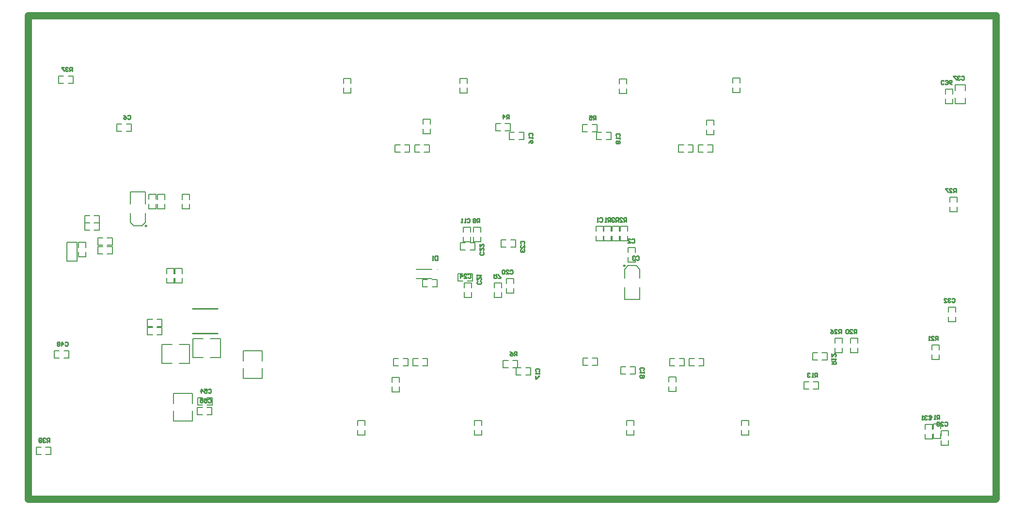
<source format=gbo>
G04*
G04 #@! TF.GenerationSoftware,Altium Limited,Altium Designer,18.1.7 (191)*
G04*
G04 Layer_Color=32896*
%FSLAX25Y25*%
%MOIN*%
G70*
G01*
G75*
%ADD10C,0.00787*%
%ADD13C,0.01000*%
%ADD15C,0.00800*%
%ADD16C,0.00500*%
%ADD17C,0.05000*%
D10*
X281971Y-175158D02*
X281972Y-175157D01*
X267601Y-181260D02*
X278232D01*
X267601Y-175157D02*
X278232D01*
D13*
X411031Y-172488D02*
G03*
X411031Y-172488I-500J0D01*
G01*
X82012Y-145051D02*
G03*
X82012Y-145051I-500J0D01*
G01*
X113307Y-202159D02*
X130807D01*
X113307Y-219159D02*
X130807D01*
X15205Y-293906D02*
Y-291151D01*
X13827D01*
X13368Y-291610D01*
Y-292529D01*
X13827Y-292988D01*
X15205D01*
X14286D02*
X13368Y-293906D01*
X12450Y-291610D02*
X11991Y-291151D01*
X11072D01*
X10613Y-291610D01*
Y-292070D01*
X11072Y-292529D01*
X11531D01*
X11072D01*
X10613Y-292988D01*
Y-293447D01*
X11072Y-293906D01*
X11991D01*
X12450Y-293447D01*
X9695D02*
X9235Y-293906D01*
X8317D01*
X7858Y-293447D01*
Y-291610D01*
X8317Y-291151D01*
X9235D01*
X9695Y-291610D01*
Y-292070D01*
X9235Y-292529D01*
X7858D01*
X30705Y-38635D02*
Y-35880D01*
X29327D01*
X28868Y-36339D01*
Y-37257D01*
X29327Y-37716D01*
X30705D01*
X29786D02*
X28868Y-38635D01*
X27950Y-36339D02*
X27490Y-35880D01*
X26572D01*
X26113Y-36339D01*
Y-36798D01*
X26572Y-37257D01*
X27031D01*
X26572D01*
X26113Y-37716D01*
Y-38175D01*
X26572Y-38635D01*
X27490D01*
X27950Y-38175D01*
X25195Y-35880D02*
X23358D01*
Y-36339D01*
X25195Y-38175D01*
Y-38635D01*
X124268Y-264339D02*
X124727Y-263880D01*
X125646D01*
X126105Y-264339D01*
Y-266176D01*
X125646Y-266635D01*
X124727D01*
X124268Y-266176D01*
X121513Y-263880D02*
X123350D01*
Y-265257D01*
X122431Y-264798D01*
X121972D01*
X121513Y-265257D01*
Y-266176D01*
X121972Y-266635D01*
X122890D01*
X123350Y-266176D01*
X118758Y-263880D02*
X120595D01*
Y-265257D01*
X119676Y-264798D01*
X119217D01*
X118758Y-265257D01*
Y-266176D01*
X119217Y-266635D01*
X120135D01*
X120595Y-266176D01*
X124368Y-257839D02*
X124827Y-257380D01*
X125746D01*
X126205Y-257839D01*
Y-259676D01*
X125746Y-260135D01*
X124827D01*
X124368Y-259676D01*
X121613Y-257380D02*
X123450D01*
Y-258757D01*
X122531Y-258298D01*
X122072D01*
X121613Y-258757D01*
Y-259676D01*
X122072Y-260135D01*
X122991D01*
X123450Y-259676D01*
X119317Y-260135D02*
Y-257380D01*
X120695Y-258757D01*
X118858D01*
X25868Y-225339D02*
X26327Y-224880D01*
X27246D01*
X27705Y-225339D01*
Y-227175D01*
X27246Y-227635D01*
X26327D01*
X25868Y-227175D01*
X23572Y-227635D02*
Y-224880D01*
X24950Y-226257D01*
X23113D01*
X22195Y-225339D02*
X21735Y-224880D01*
X20817D01*
X20358Y-225339D01*
Y-225798D01*
X20817Y-226257D01*
X20358Y-226716D01*
Y-227175D01*
X20817Y-227635D01*
X21735D01*
X22195Y-227175D01*
Y-226716D01*
X21735Y-226257D01*
X22195Y-225798D01*
Y-225339D01*
X21735Y-226257D02*
X20817D01*
X553205Y-240035D02*
X555960D01*
Y-238657D01*
X555501Y-238198D01*
X554582D01*
X554123Y-238657D01*
Y-240035D01*
Y-239116D02*
X553205Y-238198D01*
Y-237280D02*
Y-236361D01*
Y-236820D01*
X555960D01*
X555501Y-237280D01*
X553205Y-233147D02*
Y-234984D01*
X555041Y-233147D01*
X555501D01*
X555960Y-233606D01*
Y-234525D01*
X555501Y-234984D01*
X642368Y-42339D02*
X642827Y-41880D01*
X643746D01*
X644205Y-42339D01*
Y-44175D01*
X643746Y-44635D01*
X642827D01*
X642368Y-44175D01*
X641450Y-42339D02*
X640990Y-41880D01*
X640072D01*
X639613Y-42339D01*
Y-42798D01*
X640072Y-43257D01*
X640531D01*
X640072D01*
X639613Y-43716D01*
Y-44175D01*
X640072Y-44635D01*
X640990D01*
X641450Y-44175D01*
X638695Y-41880D02*
X636858D01*
Y-42339D01*
X638695Y-44175D01*
Y-44635D01*
X630241Y-47230D02*
X629782Y-47690D01*
X628864D01*
X628405Y-47230D01*
Y-45394D01*
X628864Y-44935D01*
X629782D01*
X630241Y-45394D01*
X631160Y-47230D02*
X631619Y-47690D01*
X632537D01*
X632996Y-47230D01*
Y-46771D01*
X632537Y-46312D01*
X632078D01*
X632537D01*
X632996Y-45853D01*
Y-45394D01*
X632537Y-44935D01*
X631619D01*
X631160Y-45394D01*
X635751Y-47690D02*
X634833Y-47230D01*
X633915Y-46312D01*
Y-45394D01*
X634374Y-44935D01*
X635292D01*
X635751Y-45394D01*
Y-45853D01*
X635292Y-46312D01*
X633915D01*
X638705Y-122135D02*
Y-119380D01*
X637327D01*
X636868Y-119839D01*
Y-120757D01*
X637327Y-121216D01*
X638705D01*
X637786D02*
X636868Y-122135D01*
X634113D02*
X635950D01*
X634113Y-120298D01*
Y-119839D01*
X634572Y-119380D01*
X635491D01*
X635950Y-119839D01*
X633195Y-119380D02*
X631358D01*
Y-119839D01*
X633195Y-121676D01*
Y-122135D01*
X559705Y-219135D02*
Y-216380D01*
X558327D01*
X557868Y-216839D01*
Y-217757D01*
X558327Y-218216D01*
X559705D01*
X558786D02*
X557868Y-219135D01*
X555113D02*
X556950D01*
X555113Y-217298D01*
Y-216839D01*
X555572Y-216380D01*
X556491D01*
X556950Y-216839D01*
X552358Y-216380D02*
X553276Y-216839D01*
X554195Y-217757D01*
Y-218675D01*
X553735Y-219135D01*
X552817D01*
X552358Y-218675D01*
Y-218216D01*
X552817Y-217757D01*
X554195D01*
X626205Y-223635D02*
Y-220880D01*
X624827D01*
X624368Y-221339D01*
Y-222257D01*
X624827Y-222716D01*
X626205D01*
X625286D02*
X624368Y-223635D01*
X621613D02*
X623450D01*
X621613Y-221798D01*
Y-221339D01*
X622072Y-220880D01*
X622991D01*
X623450Y-221339D01*
X620695Y-223635D02*
X619776D01*
X620235D01*
Y-220880D01*
X620695Y-221339D01*
X570205Y-219135D02*
Y-216380D01*
X568827D01*
X568368Y-216839D01*
Y-217757D01*
X568827Y-218216D01*
X570205D01*
X569286D02*
X568368Y-219135D01*
X565613D02*
X567450D01*
X565613Y-217298D01*
Y-216839D01*
X566072Y-216380D01*
X566991D01*
X567450Y-216839D01*
X564695D02*
X564235Y-216380D01*
X563317D01*
X562858Y-216839D01*
Y-218675D01*
X563317Y-219135D01*
X564235D01*
X564695Y-218675D01*
Y-216839D01*
X627205Y-278135D02*
Y-275380D01*
X625827D01*
X625368Y-275839D01*
Y-276757D01*
X625827Y-277216D01*
X627205D01*
X626286D02*
X625368Y-278135D01*
X624450D02*
X623531D01*
X623990D01*
Y-275380D01*
X624450Y-275839D01*
X620776Y-278135D02*
Y-275380D01*
X622154Y-276757D01*
X620317D01*
X543205Y-249135D02*
Y-246380D01*
X541827D01*
X541368Y-246839D01*
Y-247757D01*
X541827Y-248216D01*
X543205D01*
X542286D02*
X541368Y-249135D01*
X540450D02*
X539531D01*
X539991D01*
Y-246380D01*
X540450Y-246839D01*
X538154D02*
X537695Y-246380D01*
X536776D01*
X536317Y-246839D01*
Y-247298D01*
X536776Y-247757D01*
X537235D01*
X536776D01*
X536317Y-248216D01*
Y-248675D01*
X536776Y-249135D01*
X537695D01*
X538154Y-248675D01*
X310905Y-142835D02*
Y-140080D01*
X309527D01*
X309068Y-140539D01*
Y-141457D01*
X309527Y-141916D01*
X310905D01*
X309986D02*
X309068Y-142835D01*
X308150Y-140539D02*
X307691Y-140080D01*
X306772D01*
X306313Y-140539D01*
Y-140998D01*
X306772Y-141457D01*
X306313Y-141916D01*
Y-142376D01*
X306772Y-142835D01*
X307691D01*
X308150Y-142376D01*
Y-141916D01*
X307691Y-141457D01*
X308150Y-140998D01*
Y-140539D01*
X307691Y-141457D02*
X306772D01*
X320905Y-178235D02*
Y-180990D01*
X322282D01*
X322741Y-180531D01*
Y-179612D01*
X322282Y-179153D01*
X320905D01*
X321823D02*
X322741Y-178235D01*
X323660Y-180990D02*
X325496D01*
Y-180531D01*
X323660Y-178694D01*
Y-178235D01*
X336532Y-234299D02*
Y-231544D01*
X335155D01*
X334696Y-232003D01*
Y-232922D01*
X335155Y-233381D01*
X336532D01*
X335614D02*
X334696Y-234299D01*
X331941Y-231544D02*
X332859Y-232003D01*
X333777Y-232922D01*
Y-233840D01*
X333318Y-234299D01*
X332400D01*
X331941Y-233840D01*
Y-233381D01*
X332400Y-232922D01*
X333777D01*
X390904Y-72053D02*
Y-69298D01*
X389527D01*
X389067Y-69757D01*
Y-70675D01*
X389527Y-71134D01*
X390904D01*
X389986D02*
X389067Y-72053D01*
X386312Y-69298D02*
X388149D01*
Y-70675D01*
X387231Y-70216D01*
X386771D01*
X386312Y-70675D01*
Y-71593D01*
X386771Y-72053D01*
X387690D01*
X388149Y-71593D01*
X331231Y-71350D02*
Y-68595D01*
X329854D01*
X329395Y-69054D01*
Y-69972D01*
X329854Y-70431D01*
X331231D01*
X330313D02*
X329395Y-71350D01*
X327099D02*
Y-68595D01*
X328477Y-69972D01*
X326640D01*
X406405Y-142235D02*
Y-139480D01*
X405027D01*
X404568Y-139939D01*
Y-140857D01*
X405027Y-141316D01*
X406405D01*
X405486D02*
X404568Y-142235D01*
X403650Y-139939D02*
X403191Y-139480D01*
X402272D01*
X401813Y-139939D01*
Y-140398D01*
X402272Y-140857D01*
X402731D01*
X402272D01*
X401813Y-141316D01*
Y-141776D01*
X402272Y-142235D01*
X403191D01*
X403650Y-141776D01*
X411905Y-142235D02*
Y-139480D01*
X410527D01*
X410068Y-139939D01*
Y-140857D01*
X410527Y-141316D01*
X411905D01*
X410986D02*
X410068Y-142235D01*
X407313D02*
X409150D01*
X407313Y-140398D01*
Y-139939D01*
X407772Y-139480D01*
X408691D01*
X409150Y-139939D01*
X400905Y-142235D02*
Y-139480D01*
X399527D01*
X399068Y-139939D01*
Y-140857D01*
X399527Y-141316D01*
X400905D01*
X399986D02*
X399068Y-142235D01*
X398150D02*
X397231D01*
X397691D01*
Y-139480D01*
X398150Y-139939D01*
X282005Y-165780D02*
Y-168535D01*
X280627D01*
X280168Y-168076D01*
Y-166239D01*
X280627Y-165780D01*
X282005D01*
X279250Y-168535D02*
X278331D01*
X278790D01*
Y-165780D01*
X279250Y-166239D01*
X635868Y-195339D02*
X636327Y-194880D01*
X637246D01*
X637705Y-195339D01*
Y-197176D01*
X637246Y-197635D01*
X636327D01*
X635868Y-197176D01*
X634950Y-195339D02*
X634490Y-194880D01*
X633572D01*
X633113Y-195339D01*
Y-195798D01*
X633572Y-196257D01*
X634031D01*
X633572D01*
X633113Y-196716D01*
Y-197176D01*
X633572Y-197635D01*
X634490D01*
X634950Y-197176D01*
X630358Y-197635D02*
X632195D01*
X630358Y-195798D01*
Y-195339D01*
X630817Y-194880D01*
X631736D01*
X632195Y-195339D01*
X619702Y-276121D02*
X620161Y-275662D01*
X621079D01*
X621538Y-276121D01*
Y-277958D01*
X621079Y-278417D01*
X620161D01*
X619702Y-277958D01*
X618783Y-276121D02*
X618324Y-275662D01*
X617406D01*
X616947Y-276121D01*
Y-276580D01*
X617406Y-277040D01*
X617865D01*
X617406D01*
X616947Y-277499D01*
Y-277958D01*
X617406Y-278417D01*
X618324D01*
X618783Y-277958D01*
X616028Y-278417D02*
X615110D01*
X615569D01*
Y-275662D01*
X616028Y-276121D01*
X630868Y-280339D02*
X631327Y-279880D01*
X632246D01*
X632705Y-280339D01*
Y-282175D01*
X632246Y-282635D01*
X631327D01*
X630868Y-282175D01*
X628113Y-282635D02*
X629950D01*
X628113Y-280798D01*
Y-280339D01*
X628572Y-279880D01*
X629491D01*
X629950Y-280339D01*
X627195Y-282175D02*
X626735Y-282635D01*
X625817D01*
X625358Y-282175D01*
Y-280339D01*
X625817Y-279880D01*
X626735D01*
X627195Y-280339D01*
Y-280798D01*
X626735Y-281257D01*
X625358D01*
X302974Y-178639D02*
X303433Y-178180D01*
X304351D01*
X304810Y-178639D01*
Y-180475D01*
X304351Y-180935D01*
X303433D01*
X302974Y-180475D01*
X300219Y-180935D02*
X302055D01*
X300219Y-179098D01*
Y-178639D01*
X300678Y-178180D01*
X301596D01*
X302055Y-178639D01*
X297923Y-180935D02*
Y-178180D01*
X299300Y-179557D01*
X297464D01*
X339509Y-157471D02*
X339050Y-157012D01*
Y-156094D01*
X339509Y-155635D01*
X341346D01*
X341805Y-156094D01*
Y-157012D01*
X341346Y-157471D01*
X341805Y-160226D02*
Y-158390D01*
X339968Y-160226D01*
X339509D01*
X339050Y-159767D01*
Y-158849D01*
X339509Y-158390D01*
Y-161145D02*
X339050Y-161604D01*
Y-162522D01*
X339509Y-162981D01*
X339968D01*
X340427Y-162522D01*
Y-162063D01*
Y-162522D01*
X340886Y-162981D01*
X341346D01*
X341805Y-162522D01*
Y-161604D01*
X341346Y-161145D01*
X313401Y-163098D02*
X313860Y-163557D01*
Y-164476D01*
X313401Y-164935D01*
X311564D01*
X311105Y-164476D01*
Y-163557D01*
X311564Y-163098D01*
X311105Y-160343D02*
Y-162180D01*
X312941Y-160343D01*
X313401D01*
X313860Y-160802D01*
Y-161721D01*
X313401Y-162180D01*
X311105Y-157588D02*
Y-159425D01*
X312941Y-157588D01*
X313401D01*
X313860Y-158047D01*
Y-158965D01*
X313401Y-159425D01*
X311575Y-183266D02*
X312035Y-183726D01*
Y-184644D01*
X311575Y-185103D01*
X309739D01*
X309280Y-184644D01*
Y-183726D01*
X309739Y-183266D01*
X309280Y-180511D02*
Y-182348D01*
X311116Y-180511D01*
X311575D01*
X312035Y-180971D01*
Y-181889D01*
X311575Y-182348D01*
X309280Y-179593D02*
Y-178675D01*
Y-179134D01*
X312035D01*
X311575Y-179593D01*
X331896Y-175870D02*
X332356Y-175411D01*
X333274D01*
X333733Y-175870D01*
Y-177707D01*
X333274Y-178166D01*
X332356D01*
X331896Y-177707D01*
X329141Y-178166D02*
X330978D01*
X329141Y-176330D01*
Y-175870D01*
X329601Y-175411D01*
X330519D01*
X330978Y-175870D01*
X328223D02*
X327764Y-175411D01*
X326846D01*
X326386Y-175870D01*
Y-177707D01*
X326846Y-178166D01*
X327764D01*
X328223Y-177707D01*
Y-175870D01*
X421709Y-244471D02*
X421250Y-244012D01*
Y-243094D01*
X421709Y-242635D01*
X423546D01*
X424005Y-243094D01*
Y-244012D01*
X423546Y-244471D01*
X424005Y-245390D02*
Y-246308D01*
Y-245849D01*
X421250D01*
X421709Y-245390D01*
X423546Y-247686D02*
X424005Y-248145D01*
Y-249063D01*
X423546Y-249522D01*
X421709D01*
X421250Y-249063D01*
Y-248145D01*
X421709Y-247686D01*
X422168D01*
X422627Y-248145D01*
Y-249522D01*
X405208Y-83389D02*
X404749Y-82930D01*
Y-82012D01*
X405208Y-81553D01*
X407045D01*
X407504Y-82012D01*
Y-82930D01*
X407045Y-83389D01*
X407504Y-84308D02*
Y-85226D01*
Y-84767D01*
X404749D01*
X405208Y-84308D01*
Y-86604D02*
X404749Y-87063D01*
Y-87981D01*
X405208Y-88440D01*
X405667D01*
X406126Y-87981D01*
X406586Y-88440D01*
X407045D01*
X407504Y-87981D01*
Y-87063D01*
X407045Y-86604D01*
X406586D01*
X406126Y-87063D01*
X405667Y-86604D01*
X405208D01*
X406126Y-87063D02*
Y-87981D01*
X349836Y-245236D02*
X349377Y-244777D01*
Y-243858D01*
X349836Y-243399D01*
X351673D01*
X352132Y-243858D01*
Y-244777D01*
X351673Y-245236D01*
X352132Y-246154D02*
Y-247073D01*
Y-246613D01*
X349377D01*
X349836Y-246154D01*
X349377Y-248450D02*
Y-250287D01*
X349836D01*
X351673Y-248450D01*
X352132D01*
X345136Y-83086D02*
X344676Y-82627D01*
Y-81709D01*
X345136Y-81250D01*
X346972D01*
X347431Y-81709D01*
Y-82627D01*
X346972Y-83086D01*
X347431Y-84005D02*
Y-84923D01*
Y-84464D01*
X344676D01*
X345136Y-84005D01*
X344676Y-88137D02*
X345136Y-87219D01*
X346054Y-86300D01*
X346972D01*
X347431Y-86760D01*
Y-87678D01*
X346972Y-88137D01*
X346513D01*
X346054Y-87678D01*
Y-86300D01*
X302368Y-140539D02*
X302827Y-140080D01*
X303746D01*
X304205Y-140539D01*
Y-142376D01*
X303746Y-142835D01*
X302827D01*
X302368Y-142376D01*
X301450Y-142835D02*
X300531D01*
X300991D01*
Y-140080D01*
X301450Y-140539D01*
X299154Y-142835D02*
X298236D01*
X298695D01*
Y-140080D01*
X299154Y-140539D01*
X68868Y-69339D02*
X69327Y-68880D01*
X70246D01*
X70705Y-69339D01*
Y-71175D01*
X70246Y-71635D01*
X69327D01*
X68868Y-71175D01*
X66113Y-68880D02*
X67031Y-69339D01*
X67950Y-70257D01*
Y-71175D01*
X67491Y-71635D01*
X66572D01*
X66113Y-71175D01*
Y-70716D01*
X66572Y-70257D01*
X67950D01*
X418768Y-166239D02*
X419227Y-165780D01*
X420146D01*
X420605Y-166239D01*
Y-168076D01*
X420146Y-168535D01*
X419227D01*
X418768Y-168076D01*
X417850Y-166239D02*
X417390Y-165780D01*
X416472D01*
X416013Y-166239D01*
Y-166698D01*
X416472Y-167157D01*
X416931D01*
X416472D01*
X416013Y-167616D01*
Y-168076D01*
X416472Y-168535D01*
X417390D01*
X417850Y-168076D01*
X415621Y-154381D02*
X416080Y-153922D01*
X416999D01*
X417458Y-154381D01*
Y-156218D01*
X416999Y-156677D01*
X416080D01*
X415621Y-156218D01*
X412866Y-156677D02*
X414703D01*
X412866Y-154841D01*
Y-154381D01*
X413325Y-153922D01*
X414244D01*
X414703Y-154381D01*
X393468Y-139939D02*
X393927Y-139480D01*
X394846D01*
X395305Y-139939D01*
Y-141776D01*
X394846Y-142235D01*
X393927D01*
X393468Y-141776D01*
X392550Y-142235D02*
X391631D01*
X392091D01*
Y-139480D01*
X392550Y-139939D01*
D15*
X410925Y-195717D02*
Y-187449D01*
Y-195717D02*
X421161D01*
Y-187449D01*
X418799Y-172488D02*
X421161Y-174850D01*
X413287Y-172488D02*
X418799D01*
X410925Y-174850D02*
X413287Y-172488D01*
X421161Y-181150D02*
Y-174850D01*
X410925Y-181150D02*
Y-174850D01*
X81118Y-142689D02*
Y-136390D01*
X70882Y-142689D02*
Y-136390D01*
X78756Y-145051D02*
X81118Y-142689D01*
X73244Y-145051D02*
X78756D01*
X70882Y-142689D02*
X73244Y-145051D01*
X70882Y-130091D02*
Y-121823D01*
X81118D01*
Y-130091D02*
Y-121823D01*
D16*
X346142Y-247697D02*
Y-242697D01*
X342742Y-247697D02*
X346142D01*
X342742Y-242697D02*
X346142D01*
X336142Y-247697D02*
Y-242697D01*
Y-247697D02*
X339542D01*
X336142Y-242697D02*
X339542D01*
X117000Y-268433D02*
Y-263433D01*
X120400D01*
X117000Y-268433D02*
X120400D01*
X127000D02*
Y-263433D01*
X123600D02*
X127000D01*
X123600Y-268433D02*
X127000D01*
X126902Y-274896D02*
Y-269896D01*
X123502Y-274896D02*
X126902D01*
X123502Y-269896D02*
X126902D01*
X116902Y-274896D02*
Y-269896D01*
Y-274896D02*
X120302D01*
X116902Y-269896D02*
X120302D01*
X12600Y-302205D02*
X16000D01*
X12600Y-297205D02*
X16000D01*
Y-302205D02*
Y-297205D01*
X6000Y-302205D02*
X9400D01*
X6000Y-297205D02*
X9400D01*
X6000Y-302205D02*
Y-297205D01*
X628500Y-295933D02*
X633500D01*
X628500D02*
Y-292533D01*
X633500Y-295933D02*
Y-292533D01*
X628500Y-285933D02*
X633500D01*
X628500Y-289333D02*
Y-285933D01*
X633500Y-289333D02*
Y-285933D01*
X18500Y-235933D02*
Y-230933D01*
X21900D01*
X18500Y-235933D02*
X21900D01*
X28500D02*
Y-230933D01*
X25100D02*
X28500D01*
X25100Y-235933D02*
X28500D01*
X21500Y-41933D02*
X24900D01*
X21500Y-46933D02*
X24900D01*
X21500D02*
Y-41933D01*
X28100D02*
X31500D01*
X28100Y-46933D02*
X31500D01*
Y-41933D01*
X491000Y-288933D02*
X496000D01*
X491000D02*
Y-285533D01*
X496000Y-288933D02*
Y-285533D01*
X491000Y-278933D02*
X496000D01*
X491000Y-282333D02*
Y-278933D01*
X496000Y-282333D02*
Y-278933D01*
X417000Y-282333D02*
Y-278933D01*
X412000Y-282333D02*
Y-278933D01*
X417000D01*
Y-288933D02*
Y-285533D01*
X412000Y-288933D02*
Y-285533D01*
Y-288933D02*
X417000D01*
X407000Y-53933D02*
Y-50533D01*
X412000Y-53933D02*
Y-50533D01*
X407000Y-53933D02*
X412000D01*
X407000Y-47333D02*
Y-43933D01*
X412000Y-47333D02*
Y-43933D01*
X407000D02*
X412000D01*
X232000Y-282333D02*
Y-278933D01*
X227000Y-282333D02*
Y-278933D01*
X232000D01*
Y-288933D02*
Y-285533D01*
X227000Y-288933D02*
Y-285533D01*
Y-288933D02*
X232000D01*
X485000Y-53433D02*
Y-50033D01*
X490000Y-53433D02*
Y-50033D01*
X485000Y-53433D02*
X490000D01*
X485000Y-46833D02*
Y-43433D01*
X490000Y-46833D02*
Y-43433D01*
X485000D02*
X490000D01*
X297295Y-53531D02*
Y-50131D01*
X302295Y-53531D02*
Y-50131D01*
X297295Y-53531D02*
X302295D01*
X297295Y-46931D02*
Y-43532D01*
X302295Y-46931D02*
Y-43532D01*
X297295D02*
X302295D01*
X312500Y-282333D02*
Y-278933D01*
X307500Y-282333D02*
Y-278933D01*
X312500D01*
Y-288933D02*
Y-285533D01*
X307500Y-288933D02*
Y-285533D01*
Y-288933D02*
X312500D01*
X217295Y-53531D02*
Y-50131D01*
X222295Y-53531D02*
Y-50131D01*
X217295Y-53531D02*
X222295D01*
X217295Y-46931D02*
Y-43532D01*
X222295Y-46931D02*
Y-43532D01*
X217295D02*
X222295D01*
X451842Y-241496D02*
Y-236496D01*
X448443Y-241496D02*
X451842D01*
X448443Y-236496D02*
X451842D01*
X441843Y-241496D02*
Y-236496D01*
Y-241496D02*
X445243D01*
X441843Y-236496D02*
X445243D01*
X465228Y-241496D02*
Y-236496D01*
X461828Y-241496D02*
X465228D01*
X461828Y-236496D02*
X465228D01*
X455228Y-241496D02*
Y-236496D01*
Y-241496D02*
X458628D01*
X455228Y-236496D02*
X458628D01*
X441051Y-259114D02*
X446051D01*
X441051D02*
Y-255714D01*
X446051Y-259114D02*
Y-255714D01*
X441051Y-249114D02*
X446051D01*
X441051Y-252514D02*
Y-249114D01*
X446051Y-252514D02*
Y-249114D01*
X266291Y-94370D02*
Y-89370D01*
X269691D01*
X266291Y-94370D02*
X269691D01*
X276291D02*
Y-89370D01*
X272891D02*
X276291D01*
X272891Y-94370D02*
X276291D01*
X272083Y-71613D02*
X277083D01*
Y-75012D02*
Y-71613D01*
X272083Y-75012D02*
Y-71613D01*
Y-81612D02*
X277083D01*
Y-78212D01*
X272083Y-81612D02*
Y-78212D01*
X461291Y-94370D02*
Y-89370D01*
X464691D01*
X461291Y-94370D02*
X464691D01*
X471291D02*
Y-89370D01*
X467891D02*
X471291D01*
X467891Y-94370D02*
X471291D01*
X467236Y-72362D02*
X472236D01*
Y-75762D02*
Y-72362D01*
X467236Y-75762D02*
Y-72362D01*
Y-82362D02*
X472236D01*
Y-78962D01*
X467236Y-82362D02*
Y-78962D01*
X261842Y-241496D02*
Y-236496D01*
X258442Y-241496D02*
X261842D01*
X258442Y-236496D02*
X261842D01*
X251842Y-241496D02*
Y-236496D01*
Y-241496D02*
X255242D01*
X251842Y-236496D02*
X255242D01*
X275228Y-241496D02*
Y-236496D01*
X271828Y-241496D02*
X275228D01*
X271828Y-236496D02*
X275228D01*
X265228Y-241496D02*
Y-236496D01*
Y-241496D02*
X268628D01*
X265228Y-236496D02*
X268628D01*
X250842Y-259185D02*
X255842D01*
X250842D02*
Y-255785D01*
X255842Y-259185D02*
Y-255785D01*
X250842Y-249185D02*
X255842D01*
X250842Y-252585D02*
Y-249185D01*
X255842Y-252585D02*
Y-249185D01*
X252906Y-94370D02*
Y-89370D01*
X256306D01*
X252906Y-94370D02*
X256306D01*
X262906D02*
Y-89370D01*
X259506D02*
X262906D01*
X259506Y-94370D02*
X262906D01*
X447905D02*
Y-89370D01*
X451305D01*
X447905Y-94370D02*
X451305D01*
X457905D02*
Y-89370D01*
X454505D02*
X457905D01*
X454505Y-94370D02*
X457905D01*
X644980Y-60858D02*
Y-56858D01*
X637980Y-60858D02*
X644980D01*
X637980D02*
Y-56858D01*
X644980Y-51858D02*
Y-47858D01*
X637980D02*
X644980D01*
X637980Y-51858D02*
Y-47858D01*
X631500Y-60933D02*
X636500D01*
X631500D02*
Y-57533D01*
X636500Y-60933D02*
Y-57533D01*
X631500Y-50933D02*
X636500D01*
X631500Y-54333D02*
Y-50933D01*
X636500Y-54333D02*
Y-50933D01*
X633500Y-200933D02*
X638500D01*
Y-204333D02*
Y-200933D01*
X633500Y-204333D02*
Y-200933D01*
Y-210933D02*
X638500D01*
Y-207533D01*
X633500Y-210933D02*
Y-207533D01*
X278453Y-187008D02*
X281854D01*
X278453Y-182008D02*
X281854D01*
Y-187008D02*
Y-182008D01*
X271853Y-187008D02*
X275254D01*
X271853Y-182008D02*
X275254D01*
X271853Y-187008D02*
Y-182008D01*
X304438Y-161811D02*
X307838D01*
X304438Y-156811D02*
X307838D01*
Y-161811D02*
Y-156811D01*
X297838Y-161811D02*
X301238D01*
X297838Y-156811D02*
X301238D01*
X297838Y-161811D02*
Y-156811D01*
X305593Y-187632D02*
Y-184232D01*
X300593Y-187632D02*
Y-184232D01*
X305593D01*
Y-194232D02*
Y-190832D01*
X300593Y-194232D02*
Y-190832D01*
Y-194232D02*
X305593D01*
X321204Y-184232D02*
X326204D01*
Y-187632D02*
Y-184232D01*
X321204Y-187632D02*
Y-184232D01*
Y-194232D02*
X326204D01*
Y-190832D01*
X321204Y-194232D02*
Y-190832D01*
X334500Y-184833D02*
Y-181433D01*
X329500Y-184833D02*
Y-181433D01*
X334500D01*
Y-191433D02*
Y-188033D01*
X329500Y-191433D02*
Y-188033D01*
Y-191433D02*
X334500D01*
X381693Y-80295D02*
Y-75295D01*
X385093D01*
X381693Y-80295D02*
X385093D01*
X391693D02*
Y-75295D01*
X388293D02*
X391693D01*
X388293Y-80295D02*
X391693D01*
X322014Y-79642D02*
Y-74642D01*
X325414D01*
X322014Y-79642D02*
X325414D01*
X332014D02*
Y-74642D01*
X328614D02*
X332014D01*
X328614Y-79642D02*
X332014D01*
X414600Y-246933D02*
X418000D01*
X414600Y-241933D02*
X418000D01*
Y-246933D02*
Y-241933D01*
X408000Y-246933D02*
X411400D01*
X408000Y-241933D02*
X411400D01*
X408000Y-246933D02*
Y-241933D01*
X302600Y-182933D02*
X306000D01*
X302600Y-177933D02*
X306000D01*
Y-182933D02*
Y-177933D01*
X296000Y-182933D02*
X299400D01*
X296000Y-177933D02*
X299400D01*
X296000Y-182933D02*
Y-177933D01*
X388600Y-240933D02*
X392000D01*
X388600Y-235933D02*
X392000D01*
Y-240933D02*
Y-235933D01*
X382000Y-240933D02*
X385400D01*
X382000Y-235933D02*
X385400D01*
X382000Y-240933D02*
Y-235933D01*
X327236Y-242579D02*
Y-237579D01*
X330636D01*
X327236Y-242579D02*
X330636D01*
X337236D02*
Y-237579D01*
X333836D02*
X337236D01*
X333836Y-242579D02*
X337236D01*
X391535Y-80807D02*
X394935D01*
X391535Y-85807D02*
X394935D01*
X391535D02*
Y-80807D01*
X398135D02*
X401535D01*
X398135Y-85807D02*
X401535D01*
Y-80807D01*
X331463Y-80547D02*
X334863D01*
X331463Y-85547D02*
X334863D01*
X331463D02*
Y-80547D01*
X338063D02*
X341463D01*
X338063Y-85547D02*
X341463D01*
Y-80547D01*
X325791Y-154842D02*
X329190D01*
X325791Y-159843D02*
X329190D01*
X325791D02*
Y-154842D01*
X332390D02*
X335790D01*
X332390Y-159843D02*
X335790D01*
Y-154842D01*
X299944Y-156043D02*
Y-152643D01*
X304944Y-156043D02*
Y-152643D01*
X299944Y-156043D02*
X304944D01*
X299944Y-149443D02*
Y-146043D01*
X304944Y-149443D02*
Y-146043D01*
X299944D02*
X304944D01*
X306637Y-156043D02*
X311637D01*
X306637D02*
Y-152643D01*
X311637Y-156043D02*
Y-152643D01*
X306637Y-146043D02*
X311637D01*
X306637Y-149443D02*
Y-146043D01*
X311637Y-149443D02*
Y-146043D01*
X634500Y-125433D02*
X639500D01*
Y-128833D02*
Y-125433D01*
X634500Y-128833D02*
Y-125433D01*
Y-135433D02*
X639500D01*
Y-132033D01*
X634500Y-135433D02*
Y-132033D01*
X622333Y-285116D02*
Y-281715D01*
X617334Y-285116D02*
Y-281715D01*
X622333D01*
Y-291716D02*
Y-288316D01*
X617334Y-291716D02*
Y-288316D01*
Y-291716D02*
X622333D01*
X623000Y-291433D02*
X628000D01*
X623000D02*
Y-288033D01*
X628000Y-291433D02*
Y-288033D01*
X623000Y-281433D02*
X628000D01*
X623000Y-284833D02*
Y-281433D01*
X628000Y-284833D02*
Y-281433D01*
X566000Y-222433D02*
X571000D01*
Y-225833D02*
Y-222433D01*
X566000Y-225833D02*
Y-222433D01*
Y-232433D02*
X571000D01*
Y-229033D01*
X566000Y-232433D02*
Y-229033D01*
X622000Y-226933D02*
X627000D01*
Y-230333D02*
Y-226933D01*
X622000Y-230333D02*
Y-226933D01*
Y-236933D02*
X627000D01*
Y-233533D01*
X622000Y-236933D02*
Y-233533D01*
X555500Y-232433D02*
X560500D01*
X555500D02*
Y-229033D01*
X560500Y-232433D02*
Y-229033D01*
X555500Y-222433D02*
X560500D01*
X555500Y-225833D02*
Y-222433D01*
X560500Y-225833D02*
Y-222433D01*
X540000Y-237433D02*
Y-232433D01*
X543400D01*
X540000Y-237433D02*
X543400D01*
X550000D02*
Y-232433D01*
X546600D02*
X550000D01*
X546600Y-237433D02*
X550000D01*
X544000Y-257433D02*
Y-252433D01*
X540600Y-257433D02*
X544000D01*
X540600Y-252433D02*
X544000D01*
X534000Y-257433D02*
Y-252433D01*
Y-257433D02*
X537400D01*
X534000Y-252433D02*
X537400D01*
X68100Y-79933D02*
X71500D01*
X68100Y-74933D02*
X71500D01*
Y-79933D02*
Y-74933D01*
X61500Y-79933D02*
X64900D01*
X61500Y-74933D02*
X64900D01*
X61500Y-79933D02*
Y-74933D01*
X418190Y-163357D02*
Y-159957D01*
X413190Y-163357D02*
Y-159957D01*
X418190D01*
Y-169957D02*
Y-166557D01*
X413190Y-169957D02*
Y-166557D01*
Y-169957D02*
X418190D01*
X391102Y-155441D02*
Y-152041D01*
X396102Y-155441D02*
Y-152041D01*
X391102Y-155441D02*
X396102D01*
X391102Y-148841D02*
Y-145441D01*
X396102Y-148841D02*
Y-145441D01*
X391102D02*
X396102D01*
X402126Y-155441D02*
X407126D01*
X402126D02*
Y-152041D01*
X407126Y-155441D02*
Y-152041D01*
X402126Y-145441D02*
X407126D01*
X402126Y-148841D02*
Y-145441D01*
X407126Y-148841D02*
Y-145441D01*
X407638Y-155441D02*
X412638D01*
X407638D02*
Y-152041D01*
X412638Y-155441D02*
Y-152041D01*
X407638Y-145441D02*
X412638D01*
X407638Y-148841D02*
Y-145441D01*
X412638Y-148841D02*
Y-145441D01*
X396614Y-155441D02*
X401614D01*
X396614D02*
Y-152041D01*
X401614Y-155441D02*
Y-152041D01*
X396614Y-145441D02*
X401614D01*
X396614Y-148841D02*
Y-145441D01*
X401614Y-148841D02*
Y-145441D01*
X92587Y-219860D02*
Y-214860D01*
X89187Y-219860D02*
X92587D01*
X89187Y-214860D02*
X92587D01*
X82587Y-219860D02*
Y-214860D01*
Y-219860D02*
X85987D01*
X82587Y-214860D02*
X85987D01*
X92567Y-239840D02*
Y-226840D01*
X99567D01*
X104567D02*
X111567D01*
Y-239840D02*
Y-226840D01*
X104567Y-239840D02*
X111567D01*
X92567D02*
X99567D01*
X82617Y-214270D02*
Y-209270D01*
X86017D01*
X82617Y-214270D02*
X86017D01*
X92617D02*
Y-209270D01*
X89217D02*
X92617D01*
X89217Y-214270D02*
X92617D01*
X113759Y-235830D02*
Y-222830D01*
X120759D01*
X125759D02*
X132759D01*
Y-235830D02*
Y-222830D01*
X125759Y-235830D02*
X132759D01*
X113759D02*
X120759D01*
X58323Y-158449D02*
Y-153449D01*
X54923Y-158449D02*
X58323D01*
X54923Y-153449D02*
X58323D01*
X48323Y-158449D02*
Y-153449D01*
Y-158449D02*
X51723D01*
X48323Y-153449D02*
X51723D01*
X94579Y-126849D02*
Y-123449D01*
X89579Y-126849D02*
Y-123449D01*
X94579D01*
Y-133449D02*
Y-130049D01*
X89579Y-133449D02*
Y-130049D01*
Y-133449D02*
X94579D01*
X83500Y-133433D02*
Y-130033D01*
X88500Y-133433D02*
Y-130033D01*
X83500Y-133433D02*
X88500D01*
X83500Y-126833D02*
Y-123433D01*
X88500Y-126833D02*
Y-123433D01*
X83500D02*
X88500D01*
X101579Y-184449D02*
Y-181049D01*
X106579Y-184449D02*
Y-181049D01*
X101579Y-184449D02*
X106579D01*
X101579Y-177849D02*
Y-174449D01*
X106579Y-177849D02*
Y-174449D01*
X101579D02*
X106579D01*
X95912Y-184449D02*
Y-181049D01*
X100912Y-184449D02*
Y-181049D01*
X95912Y-184449D02*
X100912D01*
X95912Y-177849D02*
Y-174449D01*
X100912Y-177849D02*
Y-174449D01*
X95912D02*
X100912D01*
X39335Y-142949D02*
X42735D01*
X39335Y-147949D02*
X42735D01*
X39335D02*
Y-142949D01*
X45935D02*
X49335D01*
X45935Y-147949D02*
X49335D01*
Y-142949D01*
X39335Y-137949D02*
X42735D01*
X39335Y-142949D02*
X42735D01*
X39335D02*
Y-137949D01*
X45935D02*
X49335D01*
X45935Y-142949D02*
X49335D01*
Y-137949D01*
X34079Y-169449D02*
Y-156449D01*
X27079Y-169449D02*
Y-156449D01*
X34079D01*
X27079Y-169449D02*
X34079D01*
X35079Y-156449D02*
X40079D01*
Y-159849D02*
Y-156449D01*
X35079Y-159849D02*
Y-156449D01*
Y-166449D02*
X40079D01*
Y-163049D01*
X35079Y-166449D02*
Y-163049D01*
X100500Y-267433D02*
Y-260433D01*
Y-279433D02*
Y-272433D01*
Y-279433D02*
X113500D01*
Y-272433D01*
Y-267433D02*
Y-260433D01*
X100500D02*
X113500D01*
X148500Y-230933D02*
X161500D01*
Y-237933D02*
Y-230933D01*
Y-249933D02*
Y-242933D01*
X148500Y-249933D02*
X161500D01*
X148500D02*
Y-242933D01*
Y-237933D02*
Y-230933D01*
X48323Y-159449D02*
X51723D01*
X48323Y-164449D02*
X51723D01*
X48323D02*
Y-159449D01*
X54923D02*
X58323D01*
X54923Y-164449D02*
X58323D01*
Y-159449D01*
X106579Y-133449D02*
Y-130049D01*
X111579Y-133449D02*
Y-130049D01*
X106579Y-133449D02*
X111579D01*
X106579Y-126849D02*
Y-123449D01*
X111579Y-126849D02*
Y-123449D01*
X106579D02*
X111579D01*
D17*
X394Y-333071D02*
X665748D01*
X666142Y-332677D01*
Y-394D01*
X394D02*
X666142D01*
X394Y-333071D02*
Y-394D01*
M02*

</source>
